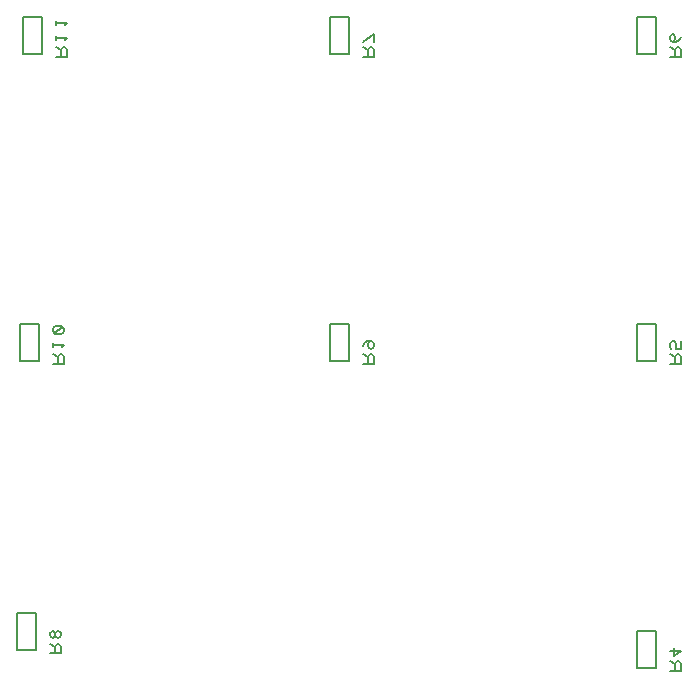
<source format=gbr>
G04 EasyPC Gerber Version 20.0.2 Build 4112 *
%FSLAX35Y35*%
%MOIN*%
%ADD74C,0.00500*%
X0Y0D02*
D02*
D74*
X106337Y91839D02*
Y104075D01*
X112667*
Y91839*
X106337*
X107321Y188295D02*
Y200531D01*
X113652*
Y188295*
X107321*
X108305Y290657D02*
Y302894D01*
X114636*
Y290657*
X108305*
X117105Y90839D02*
X120855D01*
Y93026*
X120543Y93651*
X119917Y93964*
X119293Y93651*
X118980Y93026*
Y90839*
Y93026D02*
X117105Y93964D01*
X118980Y96776D02*
Y97401D01*
X119293Y98026*
X119917Y98339*
X120543Y98026*
X120855Y97401*
Y96776*
X120543Y96151*
X119917Y95839*
X119293Y96151*
X118980Y96776*
X118667Y96151*
X118043Y95839*
X117417Y96151*
X117105Y96776*
Y97401*
X117417Y98026*
X118043Y98339*
X118667Y98026*
X118980Y97401*
X118089Y187295D02*
X121839D01*
Y189483*
X121527Y190108*
X120902Y190420*
X120277Y190108*
X119964Y189483*
Y187295*
Y189483D02*
X118089Y190420D01*
Y192920D02*
Y194170D01*
Y193545D02*
X121839D01*
X121214Y192920*
X118402Y197608D02*
X118089Y198233D01*
Y198858*
X118402Y199483*
X119027Y199795*
X120902*
X121527Y199483*
X121839Y198858*
Y198233*
X121527Y197608*
X120902Y197295*
X119027*
X118402Y197608*
X121527Y199483*
X119073Y289657D02*
X122823D01*
Y291845*
X122511Y292470*
X121886Y292783*
X121261Y292470*
X120948Y291845*
Y289657*
Y291845D02*
X119073Y292783D01*
Y295283D02*
Y296533D01*
Y295907D02*
X122823D01*
X122198Y295283*
X119073Y300283D02*
Y301533D01*
Y300907D02*
X122823D01*
X122198Y300283*
X210667Y188295D02*
Y200531D01*
X216998*
Y188295*
X210667*
Y290657D02*
Y302894D01*
X216998*
Y290657*
X210667*
X221435Y187295D02*
X225185D01*
Y189483*
X224873Y190108*
X224248Y190420*
X223623Y190108*
X223311Y189483*
Y187295*
Y189483D02*
X221435Y190420D01*
Y193233D02*
X221748Y193858D01*
X222373Y194483*
X223311Y194795*
X224248*
X224873Y194483*
X225185Y193858*
Y193233*
X224873Y192608*
X224248Y192295*
X223623Y192608*
X223311Y193233*
Y193858*
X223623Y194483*
X224248Y194795*
X221435Y289657D02*
X225185D01*
Y291845*
X224873Y292470*
X224248Y292783*
X223623Y292470*
X223311Y291845*
Y289657*
Y291845D02*
X221435Y292783D01*
Y294657D02*
X225185Y297157D01*
Y294657*
X313030Y85933D02*
Y98169D01*
X319360*
Y85933*
X313030*
Y188295D02*
Y200531D01*
X319360*
Y188295*
X313030*
Y290657D02*
Y302894D01*
X319360*
Y290657*
X313030*
X323798Y84933D02*
X327548D01*
Y87120*
X327235Y87746*
X326610Y88058*
X325985Y87746*
X325673Y87120*
Y84933*
Y87120D02*
X323798Y88058D01*
Y91496D02*
X327548D01*
X325048Y89933*
Y92433*
X323798Y187295D02*
X327548D01*
Y189483*
X327235Y190108*
X326610Y190420*
X325985Y190108*
X325673Y189483*
Y187295*
Y189483D02*
X323798Y190420D01*
X324110Y192295D02*
X323798Y192920D01*
Y193858*
X324110Y194483*
X324735Y194795*
X325048*
X325673Y194483*
X325985Y193858*
Y192295*
X327548*
Y194795*
X323798Y289657D02*
X327548D01*
Y291845*
X327235Y292470*
X326610Y292783*
X325985Y292470*
X325673Y291845*
Y289657*
Y291845D02*
X323798Y292783D01*
X324735Y294657D02*
X325360Y294970D01*
X325673Y295595*
Y296220*
X325360Y296845*
X324735Y297157*
X324110Y296845*
X323798Y296220*
Y295595*
X324110Y294970*
X324735Y294657*
X325673*
X326610Y294970*
X327235Y295595*
X327548Y296220*
X0Y0D02*
M02*

</source>
